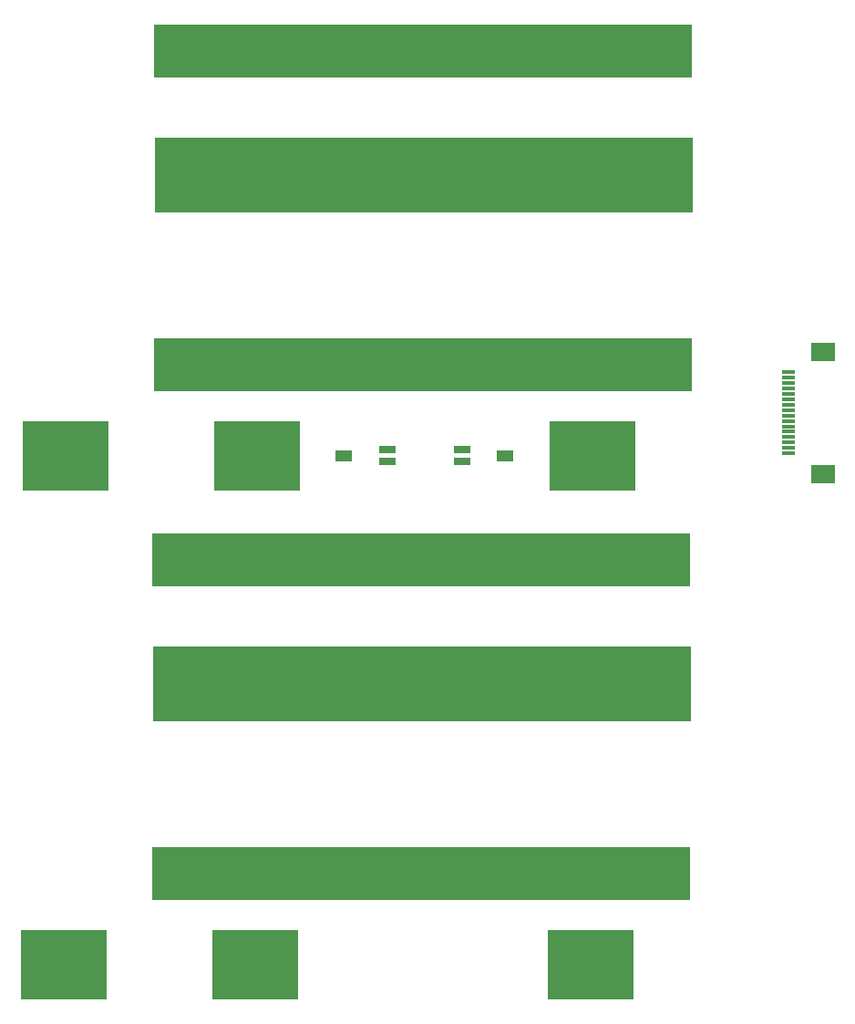
<source format=gtp>
G04*
G04 #@! TF.GenerationSoftware,Altium Limited,Altium Designer,18.1.9 (240)*
G04*
G04 Layer_Color=8421504*
%FSLAX25Y25*%
%MOIN*%
G70*
G01*
G75*
%ADD13R,0.05118X0.01181*%
%ADD14R,0.08661X0.07087*%
%ADD15R,0.06299X0.03150*%
%ADD16R,0.06299X0.03937*%
%ADD17R,0.31496X0.25591*%
%ADD18R,1.96850X0.19685*%
%ADD19R,1.96850X0.27559*%
D13*
X296205Y230008D02*
D03*
Y228039D02*
D03*
Y226071D02*
D03*
Y224102D02*
D03*
Y200480D02*
D03*
Y202449D02*
D03*
Y204417D02*
D03*
Y206386D02*
D03*
Y208354D02*
D03*
Y210323D02*
D03*
Y212291D02*
D03*
Y214260D02*
D03*
Y216228D02*
D03*
Y218197D02*
D03*
Y220165D02*
D03*
Y222134D02*
D03*
D14*
X309000Y237488D02*
D03*
Y193000D02*
D03*
D15*
X149421Y201716D02*
D03*
Y197386D02*
D03*
X176976D02*
D03*
Y201716D02*
D03*
D16*
X133673Y199551D02*
D03*
X192724D02*
D03*
D17*
X224685Y199551D02*
D03*
X101949D02*
D03*
X31772D02*
D03*
X31094Y13551D02*
D03*
X101272D02*
D03*
X224008D02*
D03*
D18*
X162667Y232783D02*
D03*
Y347583D02*
D03*
X161990Y161583D02*
D03*
Y46783D02*
D03*
D19*
X162770Y302083D02*
D03*
X162092Y116083D02*
D03*
M02*

</source>
